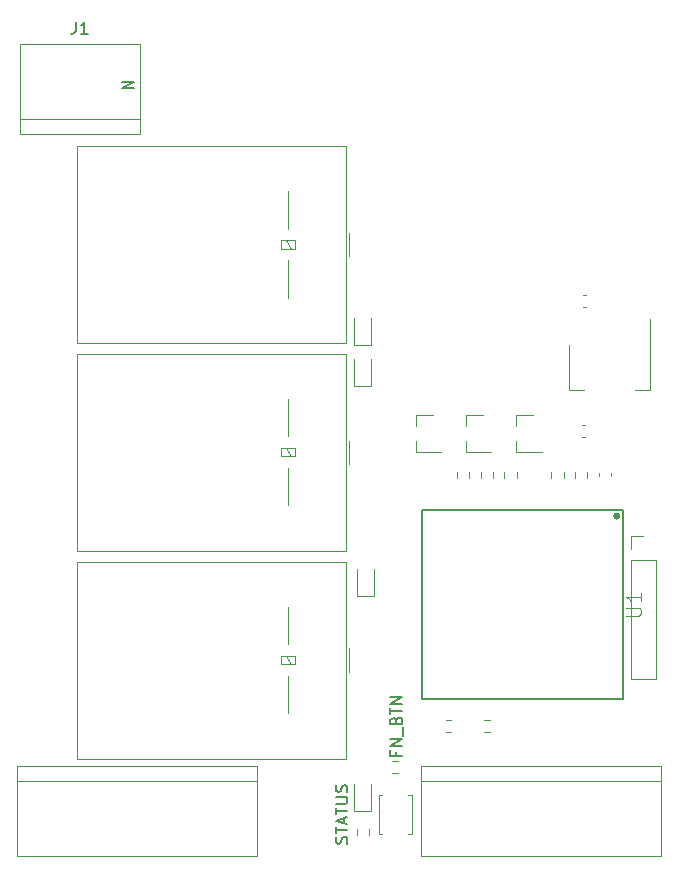
<source format=gbr>
%TF.GenerationSoftware,KiCad,Pcbnew,(5.1.8)-1*%
%TF.CreationDate,2022-05-08T18:20:05+08:00*%
%TF.ProjectId,smartkey,736d6172-746b-4657-992e-6b696361645f,rev?*%
%TF.SameCoordinates,Original*%
%TF.FileFunction,Legend,Top*%
%TF.FilePolarity,Positive*%
%FSLAX46Y46*%
G04 Gerber Fmt 4.6, Leading zero omitted, Abs format (unit mm)*
G04 Created by KiCad (PCBNEW (5.1.8)-1) date 2022-05-08 18:20:05*
%MOMM*%
%LPD*%
G01*
G04 APERTURE LIST*
%ADD10C,0.150000*%
%ADD11C,0.200000*%
%ADD12C,0.120000*%
%ADD13C,0.101600*%
G04 APERTURE END LIST*
D10*
X132328571Y-126966666D02*
X132328571Y-127300000D01*
X132852380Y-127300000D02*
X131852380Y-127300000D01*
X131852380Y-126823809D01*
X132852380Y-126442857D02*
X131852380Y-126442857D01*
X132852380Y-125871428D01*
X131852380Y-125871428D01*
X132947619Y-125633333D02*
X132947619Y-124871428D01*
X132328571Y-124300000D02*
X132376190Y-124157142D01*
X132423809Y-124109523D01*
X132519047Y-124061904D01*
X132661904Y-124061904D01*
X132757142Y-124109523D01*
X132804761Y-124157142D01*
X132852380Y-124252380D01*
X132852380Y-124633333D01*
X131852380Y-124633333D01*
X131852380Y-124300000D01*
X131900000Y-124204761D01*
X131947619Y-124157142D01*
X132042857Y-124109523D01*
X132138095Y-124109523D01*
X132233333Y-124157142D01*
X132280952Y-124204761D01*
X132328571Y-124300000D01*
X132328571Y-124633333D01*
X131852380Y-123776190D02*
X131852380Y-123204761D01*
X132852380Y-123490476D02*
X131852380Y-123490476D01*
X132852380Y-122871428D02*
X131852380Y-122871428D01*
X132852380Y-122300000D01*
X131852380Y-122300000D01*
X128154761Y-134726190D02*
X128202380Y-134583333D01*
X128202380Y-134345238D01*
X128154761Y-134250000D01*
X128107142Y-134202380D01*
X128011904Y-134154761D01*
X127916666Y-134154761D01*
X127821428Y-134202380D01*
X127773809Y-134250000D01*
X127726190Y-134345238D01*
X127678571Y-134535714D01*
X127630952Y-134630952D01*
X127583333Y-134678571D01*
X127488095Y-134726190D01*
X127392857Y-134726190D01*
X127297619Y-134678571D01*
X127250000Y-134630952D01*
X127202380Y-134535714D01*
X127202380Y-134297619D01*
X127250000Y-134154761D01*
X127202380Y-133869047D02*
X127202380Y-133297619D01*
X128202380Y-133583333D02*
X127202380Y-133583333D01*
X127916666Y-133011904D02*
X127916666Y-132535714D01*
X128202380Y-133107142D02*
X127202380Y-132773809D01*
X128202380Y-132440476D01*
X127202380Y-132250000D02*
X127202380Y-131678571D01*
X128202380Y-131964285D02*
X127202380Y-131964285D01*
X127202380Y-131345238D02*
X128011904Y-131345238D01*
X128107142Y-131297619D01*
X128154761Y-131250000D01*
X128202380Y-131154761D01*
X128202380Y-130964285D01*
X128154761Y-130869047D01*
X128107142Y-130821428D01*
X128011904Y-130773809D01*
X127202380Y-130773809D01*
X128154761Y-130345238D02*
X128202380Y-130202380D01*
X128202380Y-129964285D01*
X128154761Y-129869047D01*
X128107142Y-129821428D01*
X128011904Y-129773809D01*
X127916666Y-129773809D01*
X127821428Y-129821428D01*
X127773809Y-129869047D01*
X127726190Y-129964285D01*
X127678571Y-130154761D01*
X127630952Y-130250000D01*
X127583333Y-130297619D01*
X127488095Y-130345238D01*
X127392857Y-130345238D01*
X127297619Y-130297619D01*
X127250000Y-130250000D01*
X127202380Y-130154761D01*
X127202380Y-129916666D01*
X127250000Y-129773809D01*
D11*
X109147619Y-70214285D02*
X110147619Y-70214285D01*
X109147619Y-70785714D01*
X110147619Y-70785714D01*
D12*
%TO.C,K1*%
X123200000Y-85350000D02*
X123200000Y-88500000D01*
X123200000Y-79500000D02*
X123200000Y-82650000D01*
X128310000Y-83000000D02*
X128310000Y-85000000D01*
X122600000Y-83650000D02*
X122600000Y-84350000D01*
X123800000Y-83650000D02*
X122600000Y-83650000D01*
X123800000Y-84350000D02*
X123800000Y-83650000D01*
X122600000Y-84350000D02*
X123800000Y-84350000D01*
X123000000Y-83650000D02*
X123400000Y-84350000D01*
X105350000Y-75650000D02*
X105350000Y-92350000D01*
X128050000Y-75650000D02*
X105350000Y-75650000D01*
X128050000Y-92350000D02*
X128050000Y-75650000D01*
X105350000Y-92350000D02*
X128050000Y-92350000D01*
%TO.C,D4*%
X128765000Y-129700000D02*
X128765000Y-131985000D01*
X128765000Y-131985000D02*
X130235000Y-131985000D01*
X130235000Y-131985000D02*
X130235000Y-129700000D01*
%TO.C,R6*%
X128977500Y-133987258D02*
X128977500Y-133512742D01*
X130022500Y-133987258D02*
X130022500Y-133512742D01*
%TO.C,J2*%
X154790000Y-128190000D02*
X134470000Y-128190000D01*
X154790000Y-135810000D02*
X134470000Y-135810000D01*
X134470000Y-129460000D02*
X154790000Y-129460000D01*
X134470000Y-128190000D02*
X134470000Y-135810000D01*
X154790000Y-135810000D02*
X154790000Y-128190000D01*
D10*
%TO.C,U1*%
X151100000Y-106900000D02*
G75*
G03*
X151100000Y-106900000I-100000J0D01*
G01*
X151223607Y-107000000D02*
G75*
G03*
X151223607Y-107000000I-223607J0D01*
G01*
X151100000Y-107000000D02*
G75*
G03*
X151100000Y-107000000I-100000J0D01*
G01*
X151500000Y-122500000D02*
X134500000Y-122500000D01*
X134500000Y-122500000D02*
X134500000Y-106500000D01*
X134500000Y-106500000D02*
X151500000Y-106500000D01*
X151500000Y-106500000D02*
X151500000Y-122500000D01*
D12*
%TO.C,U3*%
X146990000Y-96310000D02*
X148250000Y-96310000D01*
X153810000Y-96310000D02*
X152550000Y-96310000D01*
X146990000Y-92550000D02*
X146990000Y-96310000D01*
X153810000Y-90300000D02*
X153810000Y-96310000D01*
%TO.C,SW1*%
X130850000Y-130600000D02*
X131150000Y-130600000D01*
X130850000Y-133900000D02*
X130850000Y-130600000D01*
X131150000Y-133900000D02*
X130850000Y-133900000D01*
X133650000Y-130600000D02*
X133350000Y-130600000D01*
X133650000Y-133900000D02*
X133650000Y-130600000D01*
X133350000Y-133900000D02*
X133650000Y-133900000D01*
%TO.C,R7*%
X142522500Y-103262742D02*
X142522500Y-103737258D01*
X141477500Y-103262742D02*
X141477500Y-103737258D01*
%TO.C,R5*%
X136512742Y-124227500D02*
X136987258Y-124227500D01*
X136512742Y-125272500D02*
X136987258Y-125272500D01*
%TO.C,R4*%
X132487258Y-128772500D02*
X132012742Y-128772500D01*
X132487258Y-127727500D02*
X132012742Y-127727500D01*
%TO.C,R3*%
X146522500Y-103262742D02*
X146522500Y-103737258D01*
X145477500Y-103262742D02*
X145477500Y-103737258D01*
%TO.C,R2*%
X139762742Y-124227500D02*
X140237258Y-124227500D01*
X139762742Y-125272500D02*
X140237258Y-125272500D01*
%TO.C,R1*%
X147477500Y-103737258D02*
X147477500Y-103262742D01*
X148522500Y-103737258D02*
X148522500Y-103262742D01*
%TO.C,Q1*%
X142490000Y-98420000D02*
X142490000Y-99350000D01*
X142490000Y-101580000D02*
X142490000Y-100650000D01*
X142490000Y-101580000D02*
X144650000Y-101580000D01*
X142490000Y-98420000D02*
X143950000Y-98420000D01*
%TO.C,J4*%
X152190000Y-120810000D02*
X154310000Y-120810000D01*
X152190000Y-110750000D02*
X152190000Y-120810000D01*
X154310000Y-110750000D02*
X154310000Y-120810000D01*
X152190000Y-110750000D02*
X154310000Y-110750000D01*
X152190000Y-109750000D02*
X152190000Y-108690000D01*
X152190000Y-108690000D02*
X153250000Y-108690000D01*
%TO.C,D1*%
X128765000Y-90200000D02*
X128765000Y-92485000D01*
X128765000Y-92485000D02*
X130235000Y-92485000D01*
X130235000Y-92485000D02*
X130235000Y-90200000D01*
%TO.C,C3*%
X148340580Y-100310000D02*
X148059420Y-100310000D01*
X148340580Y-99290000D02*
X148059420Y-99290000D01*
%TO.C,C2*%
X148139420Y-88290000D02*
X148420580Y-88290000D01*
X148139420Y-89310000D02*
X148420580Y-89310000D01*
%TO.C,C1*%
X149490000Y-103640580D02*
X149490000Y-103359420D01*
X150510000Y-103640580D02*
X150510000Y-103359420D01*
%TO.C,J1*%
X110620000Y-73340000D02*
X100460000Y-73340000D01*
X110620000Y-74610000D02*
X110620000Y-66990000D01*
X110620000Y-66990000D02*
X100460000Y-66990000D01*
X100460000Y-66990000D02*
X100460000Y-74610000D01*
X100460000Y-74610000D02*
X110620000Y-74610000D01*
%TO.C,R10*%
X137477500Y-103262742D02*
X137477500Y-103737258D01*
X138522500Y-103262742D02*
X138522500Y-103737258D01*
%TO.C,R9*%
X139477500Y-103262742D02*
X139477500Y-103737258D01*
X140522500Y-103262742D02*
X140522500Y-103737258D01*
%TO.C,Q3*%
X133990000Y-98420000D02*
X135450000Y-98420000D01*
X133990000Y-101580000D02*
X136150000Y-101580000D01*
X133990000Y-101580000D02*
X133990000Y-100650000D01*
X133990000Y-98420000D02*
X133990000Y-99350000D01*
%TO.C,Q2*%
X138240000Y-98420000D02*
X139700000Y-98420000D01*
X138240000Y-101580000D02*
X140400000Y-101580000D01*
X138240000Y-101580000D02*
X138240000Y-100650000D01*
X138240000Y-98420000D02*
X138240000Y-99350000D01*
%TO.C,K3*%
X123200000Y-120550000D02*
X123200000Y-123700000D01*
X123200000Y-114700000D02*
X123200000Y-117850000D01*
X128310000Y-118200000D02*
X128310000Y-120200000D01*
X122600000Y-118850000D02*
X122600000Y-119550000D01*
X123800000Y-118850000D02*
X122600000Y-118850000D01*
X123800000Y-119550000D02*
X123800000Y-118850000D01*
X122600000Y-119550000D02*
X123800000Y-119550000D01*
X123000000Y-118850000D02*
X123400000Y-119550000D01*
X105350000Y-110850000D02*
X105350000Y-127550000D01*
X128050000Y-110850000D02*
X105350000Y-110850000D01*
X128050000Y-127550000D02*
X128050000Y-110850000D01*
X105350000Y-127550000D02*
X128050000Y-127550000D01*
%TO.C,K2*%
X123200000Y-102950000D02*
X123200000Y-106100000D01*
X123200000Y-97100000D02*
X123200000Y-100250000D01*
X128310000Y-100600000D02*
X128310000Y-102600000D01*
X122600000Y-101250000D02*
X122600000Y-101950000D01*
X123800000Y-101250000D02*
X122600000Y-101250000D01*
X123800000Y-101950000D02*
X123800000Y-101250000D01*
X122600000Y-101950000D02*
X123800000Y-101950000D01*
X123000000Y-101250000D02*
X123400000Y-101950000D01*
X105350000Y-93250000D02*
X105350000Y-109950000D01*
X128050000Y-93250000D02*
X105350000Y-93250000D01*
X128050000Y-109950000D02*
X128050000Y-93250000D01*
X105350000Y-109950000D02*
X128050000Y-109950000D01*
%TO.C,D3*%
X130485000Y-113735000D02*
X130485000Y-111450000D01*
X129015000Y-113735000D02*
X130485000Y-113735000D01*
X129015000Y-111450000D02*
X129015000Y-113735000D01*
%TO.C,D2*%
X130235000Y-95985000D02*
X130235000Y-93700000D01*
X128765000Y-95985000D02*
X130235000Y-95985000D01*
X128765000Y-93700000D02*
X128765000Y-95985000D01*
%TO.C,J6*%
X120540000Y-128190000D02*
X100220000Y-128190000D01*
X120540000Y-135810000D02*
X100220000Y-135810000D01*
X100220000Y-129460000D02*
X120540000Y-129460000D01*
X100220000Y-128190000D02*
X100220000Y-135810000D01*
X120540000Y-135810000D02*
X120540000Y-128190000D01*
%TO.C,U1*%
D13*
X151804523Y-115467619D02*
X152832619Y-115467619D01*
X152953571Y-115407142D01*
X153014047Y-115346666D01*
X153074523Y-115225714D01*
X153074523Y-114983809D01*
X153014047Y-114862857D01*
X152953571Y-114802380D01*
X152832619Y-114741904D01*
X151804523Y-114741904D01*
X153074523Y-113471904D02*
X153074523Y-114197619D01*
X153074523Y-113834761D02*
X151804523Y-113834761D01*
X151985952Y-113955714D01*
X152106904Y-114076666D01*
X152167380Y-114197619D01*
%TO.C,J1*%
D10*
X105206666Y-65172380D02*
X105206666Y-65886666D01*
X105159047Y-66029523D01*
X105063809Y-66124761D01*
X104920952Y-66172380D01*
X104825714Y-66172380D01*
X106206666Y-66172380D02*
X105635238Y-66172380D01*
X105920952Y-66172380D02*
X105920952Y-65172380D01*
X105825714Y-65315238D01*
X105730476Y-65410476D01*
X105635238Y-65458095D01*
%TD*%
M02*

</source>
